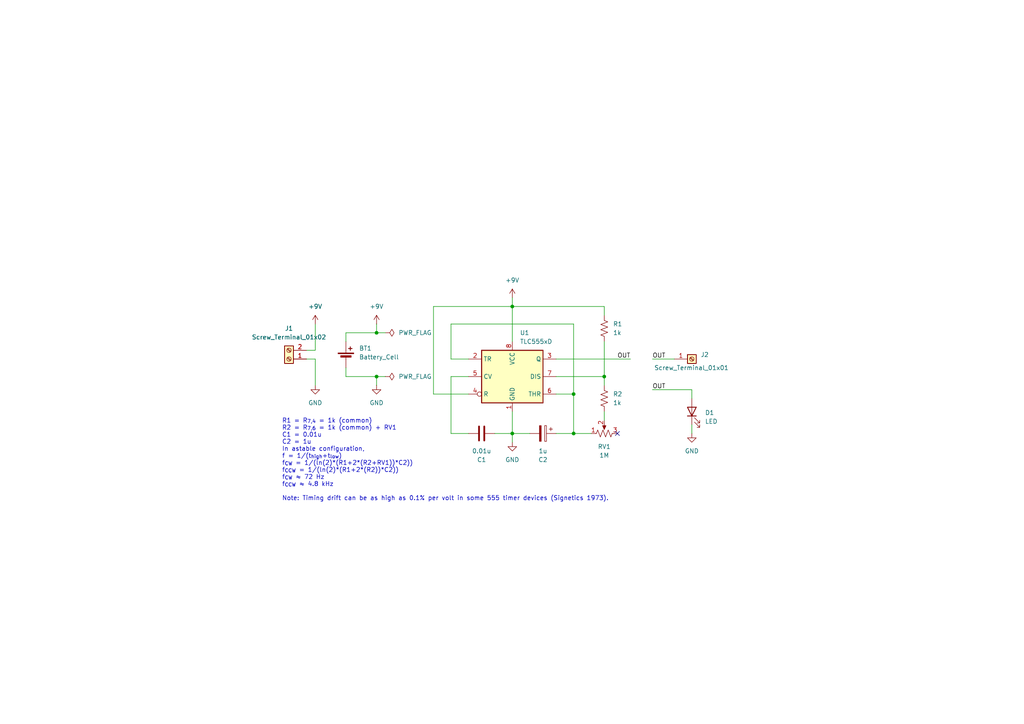
<source format=kicad_sch>
(kicad_sch (version 20231120) (generator "eeschema") (generator_version "8.0")
  (paper "A4")
  (lib_symbols
    (symbol "Connector:Screw_Terminal_01x01" (pin_names (offset 1.016) hide)
      (property "Reference" "J" (at 0 2.54 0))
      (property "Value" "Screw_Terminal_01x01" (at 0 -2.54 0))
      (symbol "Screw_Terminal_01x01_1_1"
        (rectangle (start -1.27 1.27) (end 1.27 -1.27) (stroke (width 0.254)) (fill (type background)))
        (polyline (pts (xy -0.5334 0.3302) (xy 0.3302 -0.508)) (stroke (width 0.1524)))
        (polyline (pts (xy -0.3556 0.508) (xy 0.508 -0.3302)) (stroke (width 0.1524)))
        (circle (center 0 0) (radius 0.635) (stroke (width 0.1524)))
        (pin passive line (at -5.08 0 0) (length 3.81) (name "Pin_1") (number "1"))
      )
    )
    (symbol "Connector:Screw_Terminal_01x02" (pin_names (offset 1.016) hide)
      (property "Reference" "J" (at 0 2.54 0))
      (property "Value" "Screw_Terminal_01x02" (at 0 -5.08 0))
      (symbol "Screw_Terminal_01x02_1_1"
        (rectangle (start -1.27 1.27) (end 1.27 -3.81) (stroke (width 0.254)) (fill (type background)))
        (circle (center 0 -2.54) (radius 0.635) (stroke (width 0.1524)))
        (polyline (pts (xy -0.5334 -2.2098) (xy 0.3302 -3.048)) (stroke (width 0.1524)))
        (polyline (pts (xy -0.5334 0.3302) (xy 0.3302 -0.508)) (stroke (width 0.1524)))
        (polyline (pts (xy -0.3556 -2.032) (xy 0.508 -2.8702)) (stroke (width 0.1524)))
        (polyline (pts (xy -0.3556 0.508) (xy 0.508 -0.3302)) (stroke (width 0.1524)))
        (circle (center 0 0) (radius 0.635) (stroke (width 0.1524)))
        (pin passive line (at -5.08 0 0) (length 3.81) (name "Pin_1") (number "1"))
        (pin passive line (at -5.08 -2.54 0) (length 3.81) (name "Pin_2") (number "2"))
      )
    )
    (symbol "Device:Battery_Cell" (pin_numbers hide) (pin_names (offset 0) hide)
      (property "Reference" "BT" (at 2.54 2.54 0))
      (property "Value" "Battery_Cell" (at 2.54 0 0))
      (symbol "Battery_Cell_0_1"
        (rectangle (start -2.286 1.778) (end 2.286 1.524) (fill (type outline)))
        (rectangle (start -1.524 1.016) (end 1.524 0.508) (fill (type outline)))
        (polyline (pts (xy 0 0.762) (xy 0 0)))
        (polyline (pts (xy 0 1.778) (xy 0 2.54)))
        (polyline (pts (xy 0.762 3.048) (xy 1.778 3.048)) (stroke (width 0.254)))
        (polyline (pts (xy 1.27 3.556) (xy 1.27 2.54)) (stroke (width 0.254)))
      )
      (symbol "Battery_Cell_1_1"
        (pin passive line (at 0 5.08 270) (length 2.54) (name "+") (number "1"))
        (pin passive line (at 0 -2.54 90) (length 2.54) (name "-") (number "2"))
      )
    )
    (symbol "Device:C" (pin_numbers hide) (pin_names (offset 0.254))
      (property "Reference" "C" (at 0.635 2.54 0))
      (property "Value" "C" (at 0.635 -2.54 0))
      (symbol "C_0_1"
        (polyline (pts (xy -2.032 -0.762) (xy 2.032 -0.762)) (stroke (width 0.508)))
        (polyline (pts (xy -2.032 0.762) (xy 2.032 0.762)) (stroke (width 0.508)))
      )
      (symbol "C_1_1"
        (pin passive line (at 0 3.81 270) (length 2.794) (name "~") (number "1"))
        (pin passive line (at 0 -3.81 90) (length 2.794) (name "~") (number "2"))
      )
    )
    (symbol "Device:C_Polarized" (pin_numbers hide) (pin_names (offset 0.254))
      (property "Reference" "C" (at 0.635 2.54 0))
      (property "Value" "C_Polarized" (at 0.635 -2.54 0))
      (symbol "C_Polarized_0_1"
        (rectangle (start -2.286 0.508) (end 2.286 1.016))
        (polyline (pts (xy -1.778 2.286) (xy -0.762 2.286)))
        (polyline (pts (xy -1.27 2.794) (xy -1.27 1.778)))
        (rectangle (start 2.286 -0.508) (end -2.286 -1.016) (fill (type outline)))
      )
      (symbol "C_Polarized_1_1"
        (pin passive line (at 0 3.81 270) (length 2.794) (name "~") (number "1"))
        (pin passive line (at 0 -3.81 90) (length 2.794) (name "~") (number "2"))
      )
    )
    (symbol "Device:LED" (pin_numbers hide) (pin_names (offset 1.016) hide)
      (property "Reference" "D" (at 0 2.54 0))
      (property "Value" "LED" (at 0 -2.54 0))
      (symbol "LED_0_1"
        (polyline (pts (xy -1.27 -1.27) (xy -1.27 1.27)) (stroke (width 0.254)))
        (polyline (pts (xy -1.27 0) (xy 1.27 0)))
        (polyline (pts (xy 1.27 -1.27) (xy 1.27 1.27) (xy -1.27 0) (xy 1.27 -1.27)) (stroke (width 0.254)))
        (polyline (pts (xy -3.048 -0.762) (xy -4.572 -2.286) (xy -3.81 -2.286) (xy -4.572 -2.286) (xy -4.572 -1.524)))
        (polyline (pts (xy -1.778 -0.762) (xy -3.302 -2.286) (xy -2.54 -2.286) (xy -3.302 -2.286) (xy -3.302 -1.524)))
      )
      (symbol "LED_1_1"
        (pin passive line (at -3.81 0 0) (length 2.54) (name "K") (number "1"))
        (pin passive line (at 3.81 0 180) (length 2.54) (name "A") (number "2"))
      )
    )
    (symbol "Device:R_Potentiometer_US" (pin_names (offset 1.016) hide)
      (property "Reference" "RV" (at -4.445 0 90))
      (property "Value" "R_Potentiometer_US" (at -2.54 0 90))
      (symbol "R_Potentiometer_US_0_1"
        (polyline (pts (xy 0 -2.286) (xy 0 -2.54)))
        (polyline (pts (xy 0 2.54) (xy 0 2.286)))
        (polyline (pts (xy 2.54 0) (xy 1.524 0)))
        (polyline (pts (xy 1.143 0) (xy 2.286 0.508) (xy 2.286 -0.508) (xy 1.143 0)) (fill (type outline)))
        (polyline (pts (xy 0 -0.762) (xy 1.016 -1.143) (xy 0 -1.524) (xy -1.016 -1.905) (xy 0 -2.286)))
        (polyline (pts (xy 0 0.762) (xy 1.016 0.381) (xy 0 0) (xy -1.016 -0.381) (xy 0 -0.762)))
        (polyline (pts (xy 0 2.286) (xy 1.016 1.905) (xy 0 1.524) (xy -1.016 1.143) (xy 0 0.762)))
      )
      (symbol "R_Potentiometer_US_1_1"
        (pin passive line (at 0 3.81 270) (length 1.27) (name "1") (number "1"))
        (pin passive line (at 3.81 0 180) (length 1.27) (name "2") (number "2"))
        (pin passive line (at 0 -3.81 90) (length 1.27) (name "3") (number "3"))
      )
    )
    (symbol "Device:R_US" (pin_numbers hide) (pin_names (offset 0))
      (property "Reference" "R" (at 2.54 0 90))
      (property "Value" "R_US" (at -2.54 0 90))
      (symbol "R_US_0_1"
        (polyline (pts (xy 0 -2.286) (xy 0 -2.54)))
        (polyline (pts (xy 0 2.286) (xy 0 2.54)))
        (polyline (pts (xy 0 -0.762) (xy 1.016 -1.143) (xy 0 -1.524) (xy -1.016 -1.905) (xy 0 -2.286)))
        (polyline (pts (xy 0 0.762) (xy 1.016 0.381) (xy 0 0) (xy -1.016 -0.381) (xy 0 -0.762)))
        (polyline (pts (xy 0 2.286) (xy 1.016 1.905) (xy 0 1.524) (xy -1.016 1.143) (xy 0 0.762)))
      )
      (symbol "R_US_1_1"
        (pin passive line (at 0 3.81 270) (length 1.27) (name "~") (number "1"))
        (pin passive line (at 0 -3.81 90) (length 1.27) (name "~") (number "2"))
      )
    )
    (symbol "Timer:TLC555xD"
      (property "Reference" "U" (at -10.16 8.89 0))
      (property "Value" "TLC555xD" (at 2.54 8.89 0))
      (symbol "TLC555xD_0_0"
        (pin power_in line (at 0 -10.16 90) (length 2.54) (name "GND") (number "1"))
        (pin power_in line (at 0 10.16 270) (length 2.54) (name "VCC") (number "8"))
      )
      (symbol "TLC555xD_0_1"
        (rectangle (start -8.89 -7.62) (end 8.89 7.62) (stroke (width 0.254)) (fill (type background)))
        (rectangle (start -8.89 -7.62) (end 8.89 7.62) (stroke (width 0.254)) (fill (type background)))
      )
      (symbol "TLC555xD_1_1"
        (pin input line (at -12.7 5.08 0) (length 3.81) (name "TR") (number "2"))
        (pin output line (at 12.7 5.08 180) (length 3.81) (name "Q") (number "3"))
        (pin input inverted (at -12.7 -5.08 0) (length 3.81) (name "R") (number "4"))
        (pin input line (at -12.7 0 0) (length 3.81) (name "CV") (number "5"))
        (pin input line (at 12.7 -5.08 180) (length 3.81) (name "THR") (number "6"))
        (pin input line (at 12.7 0 180) (length 3.81) (name "DIS") (number "7"))
      )
    )
    (symbol "power:+9V" (power) (pin_numbers hide) (pin_names (offset 0) hide)
      (property "Value" "+9V" (at 0 3.556 0))
      (symbol "+9V_0_1"
        (polyline (pts (xy -0.762 1.27) (xy 0 2.54)))
        (polyline (pts (xy 0 0) (xy 0 2.54)))
        (polyline (pts (xy 0 2.54) (xy 0.762 1.27)))
      )
      (symbol "+9V_1_1"
        (pin power_in line (at 0 0 90) (length 0) (name "~") (number "1"))
      )
    )
    (symbol "power:GND" (power) (pin_numbers hide) (pin_names (offset 0) hide)
      (property "Value" "GND" (at 0 -3.81 0))
      (symbol "GND_0_1"
        (polyline (pts (xy 0 0) (xy 0 -1.27) (xy 1.27 -1.27) (xy 0 -2.54) (xy -1.27 -1.27) (xy 0 -1.27)))
      )
      (symbol "GND_1_1"
        (pin power_in line (at 0 0 270) (length 0) (name "~") (number "1"))
      )
    )
    (symbol "power:PWR_FLAG" (power) (pin_numbers hide) (pin_names (offset 0) hide)
      (property "Value" "PWR_FLAG" (at 0 3.81 0))
      (symbol "PWR_FLAG_0_0"
        (pin power_out line (at 0 0 90) (length 0) (name "~") (number "1"))
      )
      (symbol "PWR_FLAG_0_1"
        (polyline (pts (xy 0 0) (xy 0 1.27) (xy -1.016 1.905) (xy 0 2.54) (xy 1.016 1.905) (xy 0 1.27)))
      )
    )
  )
  (junction (at 166.37 125.73))
  (junction (at 148.59 125.73))
  (junction (at 148.59 88.9))
  (junction (at 175.26 109.22))
  (junction (at 166.37 114.3))
  (junction (at 109.22 96.52))
  (junction (at 109.22 109.22))
  (no_connect (at 179.07 125.73))
  (wire (pts (xy 148.59 125.73) (xy 148.59 128.27)))
  (wire (pts (xy 175.26 109.22) (xy 175.26 111.76)))
  (wire (pts (xy 189.23 104.14) (xy 195.58 104.14)))
  (wire (pts (xy 130.81 93.98) (xy 166.37 93.98)))
  (wire (pts (xy 88.9 104.14) (xy 91.44 104.14)))
  (wire (pts (xy 130.81 104.14) (xy 130.81 93.98)))
  (wire (pts (xy 91.44 93.98) (xy 91.44 101.6)))
  (wire (pts (xy 166.37 125.73) (xy 171.45 125.73)))
  (wire (pts (xy 91.44 111.76) (xy 91.44 104.14)))
  (wire (pts (xy 109.22 111.76) (xy 109.22 109.22)))
  (wire (pts (xy 148.59 125.73) (xy 153.67 125.73)))
  (wire (pts (xy 143.51 125.73) (xy 148.59 125.73)))
  (wire (pts (xy 200.66 115.57) (xy 200.66 113.03)))
  (wire (pts (xy 161.29 109.22) (xy 175.26 109.22)))
  (wire (pts (xy 161.29 114.3) (xy 166.37 114.3)))
  (wire (pts (xy 161.29 104.14) (xy 182.88 104.14)))
  (wire (pts (xy 166.37 93.98) (xy 166.37 114.3)))
  (wire (pts (xy 161.29 125.73) (xy 166.37 125.73)))
  (wire (pts (xy 109.22 93.98) (xy 109.22 96.52)))
  (wire (pts (xy 175.26 99.06) (xy 175.26 109.22)))
  (wire (pts (xy 88.9 101.6) (xy 91.44 101.6)))
  (wire (pts (xy 130.81 109.22) (xy 130.81 125.73)))
  (wire (pts (xy 175.26 88.9) (xy 175.26 91.44)))
  (wire (pts (xy 109.22 109.22) (xy 100.33 109.22)))
  (wire (pts (xy 111.76 96.52) (xy 109.22 96.52)))
  (wire (pts (xy 125.73 114.3) (xy 125.73 88.9)))
  (wire (pts (xy 166.37 114.3) (xy 166.37 125.73)))
  (wire (pts (xy 148.59 119.38) (xy 148.59 125.73)))
  (wire (pts (xy 100.33 96.52) (xy 109.22 96.52)))
  (wire (pts (xy 148.59 86.36) (xy 148.59 88.9)))
  (wire (pts (xy 100.33 106.68) (xy 100.33 109.22)))
  (wire (pts (xy 135.89 109.22) (xy 130.81 109.22)))
  (wire (pts (xy 148.59 88.9) (xy 148.59 99.06)))
  (wire (pts (xy 130.81 125.73) (xy 135.89 125.73)))
  (wire (pts (xy 175.26 119.38) (xy 175.26 121.92)))
  (wire (pts (xy 189.23 113.03) (xy 200.66 113.03)))
  (wire (pts (xy 109.22 109.22) (xy 111.76 109.22)))
  (wire (pts (xy 125.73 88.9) (xy 148.59 88.9)))
  (wire (pts (xy 200.66 123.19) (xy 200.66 125.73)))
  (wire (pts (xy 130.81 104.14) (xy 135.89 104.14)))
  (wire (pts (xy 148.59 88.9) (xy 175.26 88.9)))
  (wire (pts (xy 100.33 96.52) (xy 100.33 99.06)))
  (wire (pts (xy 135.89 114.3) (xy 125.73 114.3)))
  (text "R1 = R_{7,4} = 1k (common)\nR2 = R_{7,6} = 1k (common) + RV1\nC1 = 0.01u\nC2 = 1u\nIn astable configuration,\nf = 1/(t_{high}+t_{low}) \nf_{CW} = 1/(ln(2)*(R1+2*(R2+RV1))*C2))\nf_{CCW} = 1/(ln(2)*(R1+2*(R2))*C2))\nf_{CW} ≈ 72 Hz \nf_{CCW} ≈ 4.8 kHz\n\nNote: Timing drift can be as high as 0.1% per volt in some 555 timer devices (Signetics 1973)." (at 81.788 121.412 0) (effects (font (size 1.27 1.27)) (justify left top)))
  (label "OUT" (at 182.88 104.14 180))
  (label "OUT" (at 189.23 104.14 0))
  (label "OUT" (at 189.23 113.03 0))
  (symbol (lib_id "Device:Battery_Cell") (at 100.33 104.14 0) (unit 1)
    (property "Reference" "BT1" (at 104.14 101.0284 0) (effects (justify left)))
    (property "Value" "Battery_Cell" (at 104.14 103.5684 0) (effects (justify left)))
    (property "Description" "Single-cell battery" (effects (hide yes)))
  )
  (symbol (lib_id "power:GND") (at 109.22 111.76 0) (unit 1)
    (property "Reference" "#PWR04" (effects (hide yes)))
    (property "Value" "GND" (at 109.22 116.84 0))
    (property "Description" "Power symbol creates a global label with name \"GND\" , ground" (effects (hide yes)))
  )
  (symbol (lib_id "Device:C_Polarized") (at 157.48 125.73 270) (unit 1)
    (property "Reference" "C2" (at 157.48 133.35 90))
    (property "Value" "1u" (at 157.48 130.81 90))
    (property "Description" "Polarized capacitor" (effects (hide yes)))
  )
  (symbol (lib_id "Connector:Screw_Terminal_01x02") (at 83.82 104.14 180) (unit 1)
    (property "Reference" "J1" (at 83.82 95.25 0))
    (property "Value" "Screw_Terminal_01x02" (at 83.82 97.79 0))
    (property "Footprint" "Battery:BatteryHolder_Eagle_12BH611-GR" (effects (hide yes)))
    (property "Description" "Generic screw terminal, single row, 01x02, script generated (kicad-library-utils/schlib/autogen/connector/)" (effects (hide yes)))
  )
  (symbol (lib_id "Device:R_US") (at 175.26 95.25 180) (unit 1)
    (property "Reference" "R1" (at 177.8 93.9799 0) (effects (justify right)))
    (property "Value" "1k" (at 177.8 96.5199 0) (effects (justify right)))
    (property "Description" "Resistor, US symbol" (effects (hide yes)))
  )
  (symbol (lib_id "power:GND") (at 91.44 111.76 0) (unit 1)
    (property "Reference" "#PWR07" (effects (hide yes)))
    (property "Value" "GND" (at 91.44 116.84 0))
    (property "Description" "Power symbol creates a global label with name \"GND\" , ground" (effects (hide yes)))
  )
  (symbol (lib_id "power:PWR_FLAG") (at 111.76 96.52 270) (unit 1)
    (property "Reference" "#FLG01" (effects (hide yes)))
    (property "Value" "PWR_FLAG" (at 115.57 96.5199 90) (effects (justify left)))
    (property "Description" "Special symbol for telling ERC where power comes from" (effects (hide yes)))
  )
  (symbol (lib_id "Device:R_Potentiometer_US") (at 175.26 125.73 90) (unit 1)
    (property "Reference" "RV1" (at 175.26 129.54 90))
    (property "Value" "1M" (at 175.26 132.08 90))
    (property "Footprint" "Potentiometer_THT:Potentiometer_Bourns_3296W_Vertical" (effects (hide yes)))
    (property "Description" "Potentiometer, US symbol" (effects (hide yes)))
  )
  (symbol (lib_id "Device:C") (at 139.7 125.73 90) (mirror x) (unit 1)
    (property "Reference" "C1" (at 139.7 133.35 90))
    (property "Value" "0.01u" (at 139.7 130.81 90))
    (property "Description" "Unpolarized capacitor" (effects (hide yes)))
  )
  (symbol (lib_id "Device:LED") (at 200.66 119.38 90) (unit 1)
    (property "Reference" "D1" (at 204.47 119.6974 90) (effects (justify right)))
    (property "Value" "LED" (at 204.47 122.2374 90) (effects (justify right)))
    (property "Footprint" "LED_THT:LED_D4.0mm" (effects (hide yes)))
    (property "Description" "Light emitting diode" (effects (hide yes)))
  )
  (symbol (lib_id "Timer:TLC555xD") (at 148.59 109.22 0) (unit 1)
    (property "Reference" "U1" (at 150.7841 96.52 0) (effects (justify left)))
    (property "Value" "TLC555xD" (at 150.7841 99.06 0) (effects (justify left)))
    (property "Footprint" "Package_SO:SOIC-8_3.9x4.9mm_P1.27mm" (effects (hide yes)))
    (property "Datasheet" "http://www.ti.com/lit/ds/symlink/tlc555.pdf" (effects (hide yes)))
    (property "Description" "Single LinCMOS Timer, 555 compatible, SOIC-8" (effects (hide yes)))
  )
  (symbol (lib_id "power:GND") (at 148.59 128.27 0) (unit 1)
    (property "Reference" "#PWR02" (effects (hide yes)))
    (property "Value" "GND" (at 148.59 133.35 0))
    (property "Description" "Power symbol creates a global label with name \"GND\" , ground" (effects (hide yes)))
  )
  (symbol (lib_id "Device:R_US") (at 175.26 115.57 0) (unit 1)
    (property "Reference" "R2" (at 177.8 114.2999 0) (effects (justify left)))
    (property "Value" "1k" (at 177.8 116.8399 0) (effects (justify left)))
    (property "Description" "Resistor, US symbol" (effects (hide yes)))
  )
  (symbol (lib_id "power:+9V") (at 148.59 86.36 0) (unit 1)
    (property "Reference" "#PWR01" (effects (hide yes)))
    (property "Value" "+9V" (at 148.59 81.28 0))
    (property "Description" "Power symbol creates a global label with name \"+9V\"" (effects (hide yes)))
  )
  (symbol (lib_id "power:PWR_FLAG") (at 111.76 109.22 270) (unit 1)
    (property "Reference" "#FLG02" (effects (hide yes)))
    (property "Value" "PWR_FLAG" (at 115.57 109.2199 90) (effects (justify left)))
    (property "Description" "Special symbol for telling ERC where power comes from" (effects (hide yes)))
  )
  (symbol (lib_id "power:+9V") (at 109.22 93.98 0) (unit 1)
    (property "Reference" "#PWR03" (effects (hide yes)))
    (property "Value" "+9V" (at 109.22 88.9 0))
    (property "Description" "Power symbol creates a global label with name \"+9V\"" (effects (hide yes)))
  )
  (symbol (lib_id "power:GND") (at 200.66 125.73 0) (unit 1)
    (property "Reference" "#PWR05" (effects (hide yes)))
    (property "Value" "GND" (at 200.66 130.81 0))
    (property "Description" "Power symbol creates a global label with name \"GND\" , ground" (effects (hide yes)))
  )
  (symbol (lib_id "Connector:Screw_Terminal_01x01") (at 200.66 104.14 0) (unit 1)
    (property "Reference" "J2" (at 203.2 102.8699 0) (effects (justify left)))
    (property "Value" "Screw_Terminal_01x01" (at 189.738 106.68 0) (effects (justify left)))
    (property "Description" "Generic screw terminal, single row, 01x01, script generated (kicad-library-utils/schlib/autogen/connector/)" (effects (hide yes)))
  )
  (symbol (lib_id "power:+9V") (at 91.44 93.98 0) (unit 1)
    (property "Reference" "#PWR06" (effects (hide yes)))
    (property "Value" "+9V" (at 91.44 88.9 0))
    (property "Description" "Power symbol creates a global label with name \"+9V\"" (effects (hide yes)))
  )
)
</source>
